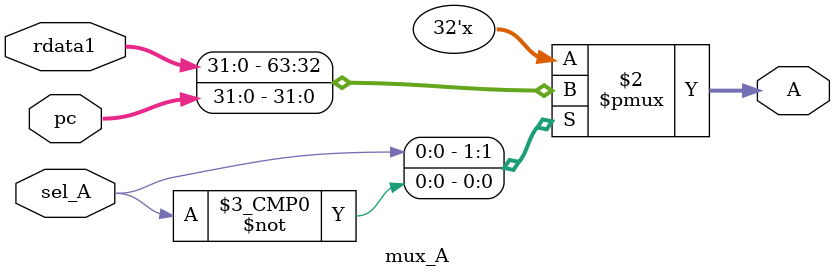
<source format=sv>
module mux_A(
    input logic [31:0] pc,
    input logic [31:0] rdata1,
    input logic sel_A,
    output logic [31:0] A
);
always_comb begin
    case (sel_A)
        1'b1: A = rdata1;
        1'b0: A = pc;
        default: A = 32'h00000000;
    endcase
    
end

endmodule
</source>
